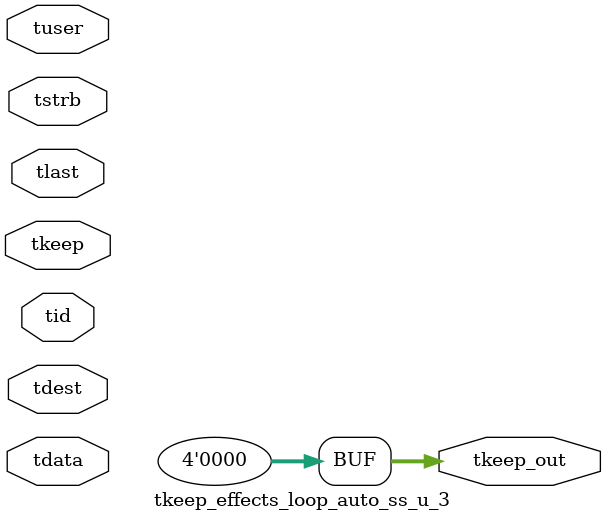
<source format=v>


`timescale 1ps/1ps

module tkeep_effects_loop_auto_ss_u_3 #
(
parameter C_S_AXIS_TDATA_WIDTH = 32,
parameter C_S_AXIS_TUSER_WIDTH = 0,
parameter C_S_AXIS_TID_WIDTH   = 0,
parameter C_S_AXIS_TDEST_WIDTH = 0,
parameter C_M_AXIS_TDATA_WIDTH = 32
)
(
input  [(C_S_AXIS_TDATA_WIDTH == 0 ? 1 : C_S_AXIS_TDATA_WIDTH)-1:0     ] tdata,
input  [(C_S_AXIS_TUSER_WIDTH == 0 ? 1 : C_S_AXIS_TUSER_WIDTH)-1:0     ] tuser,
input  [(C_S_AXIS_TID_WIDTH   == 0 ? 1 : C_S_AXIS_TID_WIDTH)-1:0       ] tid,
input  [(C_S_AXIS_TDEST_WIDTH == 0 ? 1 : C_S_AXIS_TDEST_WIDTH)-1:0     ] tdest,
input  [(C_S_AXIS_TDATA_WIDTH/8)-1:0 ] tkeep,
input  [(C_S_AXIS_TDATA_WIDTH/8)-1:0 ] tstrb,
input                                                                    tlast,
output [(C_M_AXIS_TDATA_WIDTH/8)-1:0 ] tkeep_out
);

assign tkeep_out = {1'b0};

endmodule


</source>
